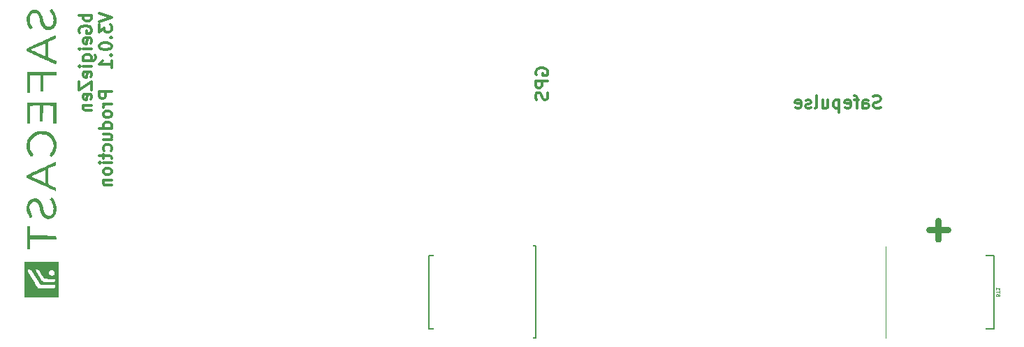
<source format=gbo>
G04 #@! TF.GenerationSoftware,KiCad,Pcbnew,7.99.0-unknown-7252ae551c~176~ubuntu22.04.1*
G04 #@! TF.CreationDate,2023-12-29T19:59:03+09:00*
G04 #@! TF.ProjectId,bGeigieZen 3.0.1 production,62476569-6769-4655-9a65-6e20332e302e,V3.0.1*
G04 #@! TF.SameCoordinates,Original*
G04 #@! TF.FileFunction,Legend,Bot*
G04 #@! TF.FilePolarity,Positive*
%FSLAX46Y46*%
G04 Gerber Fmt 4.6, Leading zero omitted, Abs format (unit mm)*
G04 Created by KiCad (PCBNEW 7.99.0-unknown-7252ae551c~176~ubuntu22.04.1) date 2023-12-29 19:59:03*
%MOMM*%
%LPD*%
G01*
G04 APERTURE LIST*
%ADD10C,0.300000*%
%ADD11C,0.050000*%
%ADD12C,0.750000*%
%ADD13C,0.203200*%
%ADD14C,0.000000*%
%ADD15R,1.700000X1.700000*%
%ADD16O,1.700000X1.700000*%
%ADD17C,1.879600*%
%ADD18C,3.203200*%
%ADD19C,5.000000*%
%ADD20R,1.350000X1.350000*%
%ADD21O,1.350000X1.350000*%
%ADD22C,2.743200*%
%ADD23R,12.000000X12.000000*%
G04 APERTURE END LIST*
D10*
X197812170Y-94788900D02*
X197597885Y-94860328D01*
X197597885Y-94860328D02*
X197240742Y-94860328D01*
X197240742Y-94860328D02*
X197097885Y-94788900D01*
X197097885Y-94788900D02*
X197026456Y-94717471D01*
X197026456Y-94717471D02*
X196955027Y-94574614D01*
X196955027Y-94574614D02*
X196955027Y-94431757D01*
X196955027Y-94431757D02*
X197026456Y-94288900D01*
X197026456Y-94288900D02*
X197097885Y-94217471D01*
X197097885Y-94217471D02*
X197240742Y-94146042D01*
X197240742Y-94146042D02*
X197526456Y-94074614D01*
X197526456Y-94074614D02*
X197669313Y-94003185D01*
X197669313Y-94003185D02*
X197740742Y-93931757D01*
X197740742Y-93931757D02*
X197812170Y-93788900D01*
X197812170Y-93788900D02*
X197812170Y-93646042D01*
X197812170Y-93646042D02*
X197740742Y-93503185D01*
X197740742Y-93503185D02*
X197669313Y-93431757D01*
X197669313Y-93431757D02*
X197526456Y-93360328D01*
X197526456Y-93360328D02*
X197169313Y-93360328D01*
X197169313Y-93360328D02*
X196955027Y-93431757D01*
X195669314Y-94860328D02*
X195669314Y-94074614D01*
X195669314Y-94074614D02*
X195740742Y-93931757D01*
X195740742Y-93931757D02*
X195883599Y-93860328D01*
X195883599Y-93860328D02*
X196169314Y-93860328D01*
X196169314Y-93860328D02*
X196312171Y-93931757D01*
X195669314Y-94788900D02*
X195812171Y-94860328D01*
X195812171Y-94860328D02*
X196169314Y-94860328D01*
X196169314Y-94860328D02*
X196312171Y-94788900D01*
X196312171Y-94788900D02*
X196383599Y-94646042D01*
X196383599Y-94646042D02*
X196383599Y-94503185D01*
X196383599Y-94503185D02*
X196312171Y-94360328D01*
X196312171Y-94360328D02*
X196169314Y-94288900D01*
X196169314Y-94288900D02*
X195812171Y-94288900D01*
X195812171Y-94288900D02*
X195669314Y-94217471D01*
X195169313Y-93860328D02*
X194597885Y-93860328D01*
X194955028Y-94860328D02*
X194955028Y-93574614D01*
X194955028Y-93574614D02*
X194883599Y-93431757D01*
X194883599Y-93431757D02*
X194740742Y-93360328D01*
X194740742Y-93360328D02*
X194597885Y-93360328D01*
X193526456Y-94788900D02*
X193669313Y-94860328D01*
X193669313Y-94860328D02*
X193955028Y-94860328D01*
X193955028Y-94860328D02*
X194097885Y-94788900D01*
X194097885Y-94788900D02*
X194169313Y-94646042D01*
X194169313Y-94646042D02*
X194169313Y-94074614D01*
X194169313Y-94074614D02*
X194097885Y-93931757D01*
X194097885Y-93931757D02*
X193955028Y-93860328D01*
X193955028Y-93860328D02*
X193669313Y-93860328D01*
X193669313Y-93860328D02*
X193526456Y-93931757D01*
X193526456Y-93931757D02*
X193455028Y-94074614D01*
X193455028Y-94074614D02*
X193455028Y-94217471D01*
X193455028Y-94217471D02*
X194169313Y-94360328D01*
X192812171Y-93860328D02*
X192812171Y-95360328D01*
X192812171Y-93931757D02*
X192669314Y-93860328D01*
X192669314Y-93860328D02*
X192383599Y-93860328D01*
X192383599Y-93860328D02*
X192240742Y-93931757D01*
X192240742Y-93931757D02*
X192169314Y-94003185D01*
X192169314Y-94003185D02*
X192097885Y-94146042D01*
X192097885Y-94146042D02*
X192097885Y-94574614D01*
X192097885Y-94574614D02*
X192169314Y-94717471D01*
X192169314Y-94717471D02*
X192240742Y-94788900D01*
X192240742Y-94788900D02*
X192383599Y-94860328D01*
X192383599Y-94860328D02*
X192669314Y-94860328D01*
X192669314Y-94860328D02*
X192812171Y-94788900D01*
X190812171Y-93860328D02*
X190812171Y-94860328D01*
X191455028Y-93860328D02*
X191455028Y-94646042D01*
X191455028Y-94646042D02*
X191383599Y-94788900D01*
X191383599Y-94788900D02*
X191240742Y-94860328D01*
X191240742Y-94860328D02*
X191026456Y-94860328D01*
X191026456Y-94860328D02*
X190883599Y-94788900D01*
X190883599Y-94788900D02*
X190812171Y-94717471D01*
X189883599Y-94860328D02*
X190026456Y-94788900D01*
X190026456Y-94788900D02*
X190097885Y-94646042D01*
X190097885Y-94646042D02*
X190097885Y-93360328D01*
X189383599Y-94788900D02*
X189240742Y-94860328D01*
X189240742Y-94860328D02*
X188955028Y-94860328D01*
X188955028Y-94860328D02*
X188812171Y-94788900D01*
X188812171Y-94788900D02*
X188740742Y-94646042D01*
X188740742Y-94646042D02*
X188740742Y-94574614D01*
X188740742Y-94574614D02*
X188812171Y-94431757D01*
X188812171Y-94431757D02*
X188955028Y-94360328D01*
X188955028Y-94360328D02*
X189169314Y-94360328D01*
X189169314Y-94360328D02*
X189312171Y-94288900D01*
X189312171Y-94288900D02*
X189383599Y-94146042D01*
X189383599Y-94146042D02*
X189383599Y-94074614D01*
X189383599Y-94074614D02*
X189312171Y-93931757D01*
X189312171Y-93931757D02*
X189169314Y-93860328D01*
X189169314Y-93860328D02*
X188955028Y-93860328D01*
X188955028Y-93860328D02*
X188812171Y-93931757D01*
X187526456Y-94788900D02*
X187669313Y-94860328D01*
X187669313Y-94860328D02*
X187955028Y-94860328D01*
X187955028Y-94860328D02*
X188097885Y-94788900D01*
X188097885Y-94788900D02*
X188169313Y-94646042D01*
X188169313Y-94646042D02*
X188169313Y-94074614D01*
X188169313Y-94074614D02*
X188097885Y-93931757D01*
X188097885Y-93931757D02*
X187955028Y-93860328D01*
X187955028Y-93860328D02*
X187669313Y-93860328D01*
X187669313Y-93860328D02*
X187526456Y-93931757D01*
X187526456Y-93931757D02*
X187455028Y-94074614D01*
X187455028Y-94074614D02*
X187455028Y-94217471D01*
X187455028Y-94217471D02*
X188169313Y-94360328D01*
X156069357Y-90824572D02*
X155997928Y-90681715D01*
X155997928Y-90681715D02*
X155997928Y-90467429D01*
X155997928Y-90467429D02*
X156069357Y-90253143D01*
X156069357Y-90253143D02*
X156212214Y-90110286D01*
X156212214Y-90110286D02*
X156355071Y-90038857D01*
X156355071Y-90038857D02*
X156640785Y-89967429D01*
X156640785Y-89967429D02*
X156855071Y-89967429D01*
X156855071Y-89967429D02*
X157140785Y-90038857D01*
X157140785Y-90038857D02*
X157283642Y-90110286D01*
X157283642Y-90110286D02*
X157426500Y-90253143D01*
X157426500Y-90253143D02*
X157497928Y-90467429D01*
X157497928Y-90467429D02*
X157497928Y-90610286D01*
X157497928Y-90610286D02*
X157426500Y-90824572D01*
X157426500Y-90824572D02*
X157355071Y-90896000D01*
X157355071Y-90896000D02*
X156855071Y-90896000D01*
X156855071Y-90896000D02*
X156855071Y-90610286D01*
X157497928Y-91538857D02*
X155997928Y-91538857D01*
X155997928Y-91538857D02*
X155997928Y-92110286D01*
X155997928Y-92110286D02*
X156069357Y-92253143D01*
X156069357Y-92253143D02*
X156140785Y-92324572D01*
X156140785Y-92324572D02*
X156283642Y-92396000D01*
X156283642Y-92396000D02*
X156497928Y-92396000D01*
X156497928Y-92396000D02*
X156640785Y-92324572D01*
X156640785Y-92324572D02*
X156712214Y-92253143D01*
X156712214Y-92253143D02*
X156783642Y-92110286D01*
X156783642Y-92110286D02*
X156783642Y-91538857D01*
X157426500Y-92967429D02*
X157497928Y-93181715D01*
X157497928Y-93181715D02*
X157497928Y-93538857D01*
X157497928Y-93538857D02*
X157426500Y-93681715D01*
X157426500Y-93681715D02*
X157355071Y-93753143D01*
X157355071Y-93753143D02*
X157212214Y-93824572D01*
X157212214Y-93824572D02*
X157069357Y-93824572D01*
X157069357Y-93824572D02*
X156926500Y-93753143D01*
X156926500Y-93753143D02*
X156855071Y-93681715D01*
X156855071Y-93681715D02*
X156783642Y-93538857D01*
X156783642Y-93538857D02*
X156712214Y-93253143D01*
X156712214Y-93253143D02*
X156640785Y-93110286D01*
X156640785Y-93110286D02*
X156569357Y-93038857D01*
X156569357Y-93038857D02*
X156426500Y-92967429D01*
X156426500Y-92967429D02*
X156283642Y-92967429D01*
X156283642Y-92967429D02*
X156140785Y-93038857D01*
X156140785Y-93038857D02*
X156069357Y-93110286D01*
X156069357Y-93110286D02*
X155997928Y-93253143D01*
X155997928Y-93253143D02*
X155997928Y-93610286D01*
X155997928Y-93610286D02*
X156069357Y-93824572D01*
X102188470Y-83560510D02*
X100688470Y-83560510D01*
X101259899Y-83560510D02*
X101188470Y-83703368D01*
X101188470Y-83703368D02*
X101188470Y-83989082D01*
X101188470Y-83989082D02*
X101259899Y-84131939D01*
X101259899Y-84131939D02*
X101331327Y-84203368D01*
X101331327Y-84203368D02*
X101474184Y-84274796D01*
X101474184Y-84274796D02*
X101902756Y-84274796D01*
X101902756Y-84274796D02*
X102045613Y-84203368D01*
X102045613Y-84203368D02*
X102117042Y-84131939D01*
X102117042Y-84131939D02*
X102188470Y-83989082D01*
X102188470Y-83989082D02*
X102188470Y-83703368D01*
X102188470Y-83703368D02*
X102117042Y-83560510D01*
X100759899Y-85703368D02*
X100688470Y-85560511D01*
X100688470Y-85560511D02*
X100688470Y-85346225D01*
X100688470Y-85346225D02*
X100759899Y-85131939D01*
X100759899Y-85131939D02*
X100902756Y-84989082D01*
X100902756Y-84989082D02*
X101045613Y-84917653D01*
X101045613Y-84917653D02*
X101331327Y-84846225D01*
X101331327Y-84846225D02*
X101545613Y-84846225D01*
X101545613Y-84846225D02*
X101831327Y-84917653D01*
X101831327Y-84917653D02*
X101974184Y-84989082D01*
X101974184Y-84989082D02*
X102117042Y-85131939D01*
X102117042Y-85131939D02*
X102188470Y-85346225D01*
X102188470Y-85346225D02*
X102188470Y-85489082D01*
X102188470Y-85489082D02*
X102117042Y-85703368D01*
X102117042Y-85703368D02*
X102045613Y-85774796D01*
X102045613Y-85774796D02*
X101545613Y-85774796D01*
X101545613Y-85774796D02*
X101545613Y-85489082D01*
X102117042Y-86989082D02*
X102188470Y-86846225D01*
X102188470Y-86846225D02*
X102188470Y-86560511D01*
X102188470Y-86560511D02*
X102117042Y-86417653D01*
X102117042Y-86417653D02*
X101974184Y-86346225D01*
X101974184Y-86346225D02*
X101402756Y-86346225D01*
X101402756Y-86346225D02*
X101259899Y-86417653D01*
X101259899Y-86417653D02*
X101188470Y-86560511D01*
X101188470Y-86560511D02*
X101188470Y-86846225D01*
X101188470Y-86846225D02*
X101259899Y-86989082D01*
X101259899Y-86989082D02*
X101402756Y-87060511D01*
X101402756Y-87060511D02*
X101545613Y-87060511D01*
X101545613Y-87060511D02*
X101688470Y-86346225D01*
X102188470Y-87703367D02*
X101188470Y-87703367D01*
X100688470Y-87703367D02*
X100759899Y-87631939D01*
X100759899Y-87631939D02*
X100831327Y-87703367D01*
X100831327Y-87703367D02*
X100759899Y-87774796D01*
X100759899Y-87774796D02*
X100688470Y-87703367D01*
X100688470Y-87703367D02*
X100831327Y-87703367D01*
X101188470Y-89060511D02*
X102402756Y-89060511D01*
X102402756Y-89060511D02*
X102545613Y-88989082D01*
X102545613Y-88989082D02*
X102617042Y-88917653D01*
X102617042Y-88917653D02*
X102688470Y-88774796D01*
X102688470Y-88774796D02*
X102688470Y-88560511D01*
X102688470Y-88560511D02*
X102617042Y-88417653D01*
X102117042Y-89060511D02*
X102188470Y-88917653D01*
X102188470Y-88917653D02*
X102188470Y-88631939D01*
X102188470Y-88631939D02*
X102117042Y-88489082D01*
X102117042Y-88489082D02*
X102045613Y-88417653D01*
X102045613Y-88417653D02*
X101902756Y-88346225D01*
X101902756Y-88346225D02*
X101474184Y-88346225D01*
X101474184Y-88346225D02*
X101331327Y-88417653D01*
X101331327Y-88417653D02*
X101259899Y-88489082D01*
X101259899Y-88489082D02*
X101188470Y-88631939D01*
X101188470Y-88631939D02*
X101188470Y-88917653D01*
X101188470Y-88917653D02*
X101259899Y-89060511D01*
X102188470Y-89774796D02*
X101188470Y-89774796D01*
X100688470Y-89774796D02*
X100759899Y-89703368D01*
X100759899Y-89703368D02*
X100831327Y-89774796D01*
X100831327Y-89774796D02*
X100759899Y-89846225D01*
X100759899Y-89846225D02*
X100688470Y-89774796D01*
X100688470Y-89774796D02*
X100831327Y-89774796D01*
X102117042Y-91060511D02*
X102188470Y-90917654D01*
X102188470Y-90917654D02*
X102188470Y-90631940D01*
X102188470Y-90631940D02*
X102117042Y-90489082D01*
X102117042Y-90489082D02*
X101974184Y-90417654D01*
X101974184Y-90417654D02*
X101402756Y-90417654D01*
X101402756Y-90417654D02*
X101259899Y-90489082D01*
X101259899Y-90489082D02*
X101188470Y-90631940D01*
X101188470Y-90631940D02*
X101188470Y-90917654D01*
X101188470Y-90917654D02*
X101259899Y-91060511D01*
X101259899Y-91060511D02*
X101402756Y-91131940D01*
X101402756Y-91131940D02*
X101545613Y-91131940D01*
X101545613Y-91131940D02*
X101688470Y-90417654D01*
X100688470Y-91631939D02*
X100688470Y-92631939D01*
X100688470Y-92631939D02*
X102188470Y-91631939D01*
X102188470Y-91631939D02*
X102188470Y-92631939D01*
X102117042Y-93774796D02*
X102188470Y-93631939D01*
X102188470Y-93631939D02*
X102188470Y-93346225D01*
X102188470Y-93346225D02*
X102117042Y-93203367D01*
X102117042Y-93203367D02*
X101974184Y-93131939D01*
X101974184Y-93131939D02*
X101402756Y-93131939D01*
X101402756Y-93131939D02*
X101259899Y-93203367D01*
X101259899Y-93203367D02*
X101188470Y-93346225D01*
X101188470Y-93346225D02*
X101188470Y-93631939D01*
X101188470Y-93631939D02*
X101259899Y-93774796D01*
X101259899Y-93774796D02*
X101402756Y-93846225D01*
X101402756Y-93846225D02*
X101545613Y-93846225D01*
X101545613Y-93846225D02*
X101688470Y-93131939D01*
X101188470Y-94489081D02*
X102188470Y-94489081D01*
X101331327Y-94489081D02*
X101259899Y-94560510D01*
X101259899Y-94560510D02*
X101188470Y-94703367D01*
X101188470Y-94703367D02*
X101188470Y-94917653D01*
X101188470Y-94917653D02*
X101259899Y-95060510D01*
X101259899Y-95060510D02*
X101402756Y-95131939D01*
X101402756Y-95131939D02*
X102188470Y-95131939D01*
X103103386Y-83346225D02*
X104603386Y-83846225D01*
X104603386Y-83846225D02*
X103103386Y-84346225D01*
X103103386Y-84703367D02*
X103103386Y-85631939D01*
X103103386Y-85631939D02*
X103674815Y-85131939D01*
X103674815Y-85131939D02*
X103674815Y-85346224D01*
X103674815Y-85346224D02*
X103746243Y-85489082D01*
X103746243Y-85489082D02*
X103817672Y-85560510D01*
X103817672Y-85560510D02*
X103960529Y-85631939D01*
X103960529Y-85631939D02*
X104317672Y-85631939D01*
X104317672Y-85631939D02*
X104460529Y-85560510D01*
X104460529Y-85560510D02*
X104531958Y-85489082D01*
X104531958Y-85489082D02*
X104603386Y-85346224D01*
X104603386Y-85346224D02*
X104603386Y-84917653D01*
X104603386Y-84917653D02*
X104531958Y-84774796D01*
X104531958Y-84774796D02*
X104460529Y-84703367D01*
X104460529Y-86274795D02*
X104531958Y-86346224D01*
X104531958Y-86346224D02*
X104603386Y-86274795D01*
X104603386Y-86274795D02*
X104531958Y-86203367D01*
X104531958Y-86203367D02*
X104460529Y-86274795D01*
X104460529Y-86274795D02*
X104603386Y-86274795D01*
X103103386Y-87274796D02*
X103103386Y-87417653D01*
X103103386Y-87417653D02*
X103174815Y-87560510D01*
X103174815Y-87560510D02*
X103246243Y-87631939D01*
X103246243Y-87631939D02*
X103389100Y-87703367D01*
X103389100Y-87703367D02*
X103674815Y-87774796D01*
X103674815Y-87774796D02*
X104031958Y-87774796D01*
X104031958Y-87774796D02*
X104317672Y-87703367D01*
X104317672Y-87703367D02*
X104460529Y-87631939D01*
X104460529Y-87631939D02*
X104531958Y-87560510D01*
X104531958Y-87560510D02*
X104603386Y-87417653D01*
X104603386Y-87417653D02*
X104603386Y-87274796D01*
X104603386Y-87274796D02*
X104531958Y-87131939D01*
X104531958Y-87131939D02*
X104460529Y-87060510D01*
X104460529Y-87060510D02*
X104317672Y-86989081D01*
X104317672Y-86989081D02*
X104031958Y-86917653D01*
X104031958Y-86917653D02*
X103674815Y-86917653D01*
X103674815Y-86917653D02*
X103389100Y-86989081D01*
X103389100Y-86989081D02*
X103246243Y-87060510D01*
X103246243Y-87060510D02*
X103174815Y-87131939D01*
X103174815Y-87131939D02*
X103103386Y-87274796D01*
X104460529Y-88417652D02*
X104531958Y-88489081D01*
X104531958Y-88489081D02*
X104603386Y-88417652D01*
X104603386Y-88417652D02*
X104531958Y-88346224D01*
X104531958Y-88346224D02*
X104460529Y-88417652D01*
X104460529Y-88417652D02*
X104603386Y-88417652D01*
X104603386Y-89917653D02*
X104603386Y-89060510D01*
X104603386Y-89489081D02*
X103103386Y-89489081D01*
X103103386Y-89489081D02*
X103317672Y-89346224D01*
X103317672Y-89346224D02*
X103460529Y-89203367D01*
X103460529Y-89203367D02*
X103531958Y-89060510D01*
X104603386Y-92846223D02*
X103103386Y-92846223D01*
X103103386Y-92846223D02*
X103103386Y-93417652D01*
X103103386Y-93417652D02*
X103174815Y-93560509D01*
X103174815Y-93560509D02*
X103246243Y-93631938D01*
X103246243Y-93631938D02*
X103389100Y-93703366D01*
X103389100Y-93703366D02*
X103603386Y-93703366D01*
X103603386Y-93703366D02*
X103746243Y-93631938D01*
X103746243Y-93631938D02*
X103817672Y-93560509D01*
X103817672Y-93560509D02*
X103889100Y-93417652D01*
X103889100Y-93417652D02*
X103889100Y-92846223D01*
X104603386Y-94346223D02*
X103603386Y-94346223D01*
X103889100Y-94346223D02*
X103746243Y-94417652D01*
X103746243Y-94417652D02*
X103674815Y-94489081D01*
X103674815Y-94489081D02*
X103603386Y-94631938D01*
X103603386Y-94631938D02*
X103603386Y-94774795D01*
X104603386Y-95489080D02*
X104531958Y-95346223D01*
X104531958Y-95346223D02*
X104460529Y-95274794D01*
X104460529Y-95274794D02*
X104317672Y-95203366D01*
X104317672Y-95203366D02*
X103889100Y-95203366D01*
X103889100Y-95203366D02*
X103746243Y-95274794D01*
X103746243Y-95274794D02*
X103674815Y-95346223D01*
X103674815Y-95346223D02*
X103603386Y-95489080D01*
X103603386Y-95489080D02*
X103603386Y-95703366D01*
X103603386Y-95703366D02*
X103674815Y-95846223D01*
X103674815Y-95846223D02*
X103746243Y-95917652D01*
X103746243Y-95917652D02*
X103889100Y-95989080D01*
X103889100Y-95989080D02*
X104317672Y-95989080D01*
X104317672Y-95989080D02*
X104460529Y-95917652D01*
X104460529Y-95917652D02*
X104531958Y-95846223D01*
X104531958Y-95846223D02*
X104603386Y-95703366D01*
X104603386Y-95703366D02*
X104603386Y-95489080D01*
X104603386Y-97274795D02*
X103103386Y-97274795D01*
X104531958Y-97274795D02*
X104603386Y-97131937D01*
X104603386Y-97131937D02*
X104603386Y-96846223D01*
X104603386Y-96846223D02*
X104531958Y-96703366D01*
X104531958Y-96703366D02*
X104460529Y-96631937D01*
X104460529Y-96631937D02*
X104317672Y-96560509D01*
X104317672Y-96560509D02*
X103889100Y-96560509D01*
X103889100Y-96560509D02*
X103746243Y-96631937D01*
X103746243Y-96631937D02*
X103674815Y-96703366D01*
X103674815Y-96703366D02*
X103603386Y-96846223D01*
X103603386Y-96846223D02*
X103603386Y-97131937D01*
X103603386Y-97131937D02*
X103674815Y-97274795D01*
X103603386Y-98631938D02*
X104603386Y-98631938D01*
X103603386Y-97989080D02*
X104389100Y-97989080D01*
X104389100Y-97989080D02*
X104531958Y-98060509D01*
X104531958Y-98060509D02*
X104603386Y-98203366D01*
X104603386Y-98203366D02*
X104603386Y-98417652D01*
X104603386Y-98417652D02*
X104531958Y-98560509D01*
X104531958Y-98560509D02*
X104460529Y-98631938D01*
X104531958Y-99989081D02*
X104603386Y-99846223D01*
X104603386Y-99846223D02*
X104603386Y-99560509D01*
X104603386Y-99560509D02*
X104531958Y-99417652D01*
X104531958Y-99417652D02*
X104460529Y-99346223D01*
X104460529Y-99346223D02*
X104317672Y-99274795D01*
X104317672Y-99274795D02*
X103889100Y-99274795D01*
X103889100Y-99274795D02*
X103746243Y-99346223D01*
X103746243Y-99346223D02*
X103674815Y-99417652D01*
X103674815Y-99417652D02*
X103603386Y-99560509D01*
X103603386Y-99560509D02*
X103603386Y-99846223D01*
X103603386Y-99846223D02*
X103674815Y-99989081D01*
X103603386Y-100417652D02*
X103603386Y-100989080D01*
X103103386Y-100631937D02*
X104389100Y-100631937D01*
X104389100Y-100631937D02*
X104531958Y-100703366D01*
X104531958Y-100703366D02*
X104603386Y-100846223D01*
X104603386Y-100846223D02*
X104603386Y-100989080D01*
X104603386Y-101489080D02*
X103603386Y-101489080D01*
X103103386Y-101489080D02*
X103174815Y-101417652D01*
X103174815Y-101417652D02*
X103246243Y-101489080D01*
X103246243Y-101489080D02*
X103174815Y-101560509D01*
X103174815Y-101560509D02*
X103103386Y-101489080D01*
X103103386Y-101489080D02*
X103246243Y-101489080D01*
X104603386Y-102417652D02*
X104531958Y-102274795D01*
X104531958Y-102274795D02*
X104460529Y-102203366D01*
X104460529Y-102203366D02*
X104317672Y-102131938D01*
X104317672Y-102131938D02*
X103889100Y-102131938D01*
X103889100Y-102131938D02*
X103746243Y-102203366D01*
X103746243Y-102203366D02*
X103674815Y-102274795D01*
X103674815Y-102274795D02*
X103603386Y-102417652D01*
X103603386Y-102417652D02*
X103603386Y-102631938D01*
X103603386Y-102631938D02*
X103674815Y-102774795D01*
X103674815Y-102774795D02*
X103746243Y-102846224D01*
X103746243Y-102846224D02*
X103889100Y-102917652D01*
X103889100Y-102917652D02*
X104317672Y-102917652D01*
X104317672Y-102917652D02*
X104460529Y-102846224D01*
X104460529Y-102846224D02*
X104531958Y-102774795D01*
X104531958Y-102774795D02*
X104603386Y-102631938D01*
X104603386Y-102631938D02*
X104603386Y-102417652D01*
X103603386Y-103560509D02*
X104603386Y-103560509D01*
X103746243Y-103560509D02*
X103674815Y-103631938D01*
X103674815Y-103631938D02*
X103603386Y-103774795D01*
X103603386Y-103774795D02*
X103603386Y-103989081D01*
X103603386Y-103989081D02*
X103674815Y-104131938D01*
X103674815Y-104131938D02*
X103817672Y-104203367D01*
X103817672Y-104203367D02*
X104603386Y-104203367D01*
D11*
X212051371Y-117517142D02*
X212028514Y-117448570D01*
X212028514Y-117448570D02*
X212005657Y-117425713D01*
X212005657Y-117425713D02*
X211959942Y-117402856D01*
X211959942Y-117402856D02*
X211891371Y-117402856D01*
X211891371Y-117402856D02*
X211845657Y-117425713D01*
X211845657Y-117425713D02*
X211822800Y-117448570D01*
X211822800Y-117448570D02*
X211799942Y-117494285D01*
X211799942Y-117494285D02*
X211799942Y-117677142D01*
X211799942Y-117677142D02*
X212279942Y-117677142D01*
X212279942Y-117677142D02*
X212279942Y-117517142D01*
X212279942Y-117517142D02*
X212257085Y-117471428D01*
X212257085Y-117471428D02*
X212234228Y-117448570D01*
X212234228Y-117448570D02*
X212188514Y-117425713D01*
X212188514Y-117425713D02*
X212142800Y-117425713D01*
X212142800Y-117425713D02*
X212097085Y-117448570D01*
X212097085Y-117448570D02*
X212074228Y-117471428D01*
X212074228Y-117471428D02*
X212051371Y-117517142D01*
X212051371Y-117517142D02*
X212051371Y-117677142D01*
X212279942Y-117265713D02*
X212279942Y-116991428D01*
X211799942Y-117128570D02*
X212279942Y-117128570D01*
X211799942Y-116579999D02*
X211799942Y-116854285D01*
X211799942Y-116717142D02*
X212279942Y-116717142D01*
X212279942Y-116717142D02*
X212211371Y-116762856D01*
X212211371Y-116762856D02*
X212165657Y-116808571D01*
X212165657Y-116808571D02*
X212142800Y-116854285D01*
X205193342Y-118774285D02*
X205193342Y-118477142D01*
X205193342Y-118477142D02*
X205010485Y-118637142D01*
X205010485Y-118637142D02*
X205010485Y-118568571D01*
X205010485Y-118568571D02*
X204987628Y-118522857D01*
X204987628Y-118522857D02*
X204964771Y-118499999D01*
X204964771Y-118499999D02*
X204919057Y-118477142D01*
X204919057Y-118477142D02*
X204804771Y-118477142D01*
X204804771Y-118477142D02*
X204759057Y-118499999D01*
X204759057Y-118499999D02*
X204736200Y-118522857D01*
X204736200Y-118522857D02*
X204713342Y-118568571D01*
X204713342Y-118568571D02*
X204713342Y-118705714D01*
X204713342Y-118705714D02*
X204736200Y-118751428D01*
X204736200Y-118751428D02*
X204759057Y-118774285D01*
X204759057Y-118271428D02*
X204736200Y-118248571D01*
X204736200Y-118248571D02*
X204713342Y-118271428D01*
X204713342Y-118271428D02*
X204736200Y-118294285D01*
X204736200Y-118294285D02*
X204759057Y-118271428D01*
X204759057Y-118271428D02*
X204713342Y-118271428D01*
X205193342Y-118088571D02*
X205193342Y-117768571D01*
X205193342Y-117768571D02*
X204713342Y-117974285D01*
X205193342Y-117288571D02*
X204713342Y-117128571D01*
X204713342Y-117128571D02*
X205193342Y-116968571D01*
X204713342Y-116214285D02*
X204713342Y-116442857D01*
X204713342Y-116442857D02*
X205193342Y-116442857D01*
X204713342Y-116054286D02*
X205033342Y-116054286D01*
X205193342Y-116054286D02*
X205170485Y-116077143D01*
X205170485Y-116077143D02*
X205147628Y-116054286D01*
X205147628Y-116054286D02*
X205170485Y-116031429D01*
X205170485Y-116031429D02*
X205193342Y-116054286D01*
X205193342Y-116054286D02*
X205147628Y-116054286D01*
X205033342Y-115825715D02*
X204553342Y-115825715D01*
X205010485Y-115825715D02*
X205033342Y-115780001D01*
X205033342Y-115780001D02*
X205033342Y-115688572D01*
X205033342Y-115688572D02*
X205010485Y-115642858D01*
X205010485Y-115642858D02*
X204987628Y-115620001D01*
X204987628Y-115620001D02*
X204941914Y-115597143D01*
X204941914Y-115597143D02*
X204804771Y-115597143D01*
X204804771Y-115597143D02*
X204759057Y-115620001D01*
X204759057Y-115620001D02*
X204736200Y-115642858D01*
X204736200Y-115642858D02*
X204713342Y-115688572D01*
X204713342Y-115688572D02*
X204713342Y-115780001D01*
X204713342Y-115780001D02*
X204736200Y-115825715D01*
X204713342Y-115322857D02*
X204736200Y-115368572D01*
X204736200Y-115368572D02*
X204759057Y-115391429D01*
X204759057Y-115391429D02*
X204804771Y-115414286D01*
X204804771Y-115414286D02*
X204941914Y-115414286D01*
X204941914Y-115414286D02*
X204987628Y-115391429D01*
X204987628Y-115391429D02*
X205010485Y-115368572D01*
X205010485Y-115368572D02*
X205033342Y-115322857D01*
X205033342Y-115322857D02*
X205033342Y-115254286D01*
X205033342Y-115254286D02*
X205010485Y-115208572D01*
X205010485Y-115208572D02*
X204987628Y-115185715D01*
X204987628Y-115185715D02*
X204941914Y-115162857D01*
X204941914Y-115162857D02*
X204804771Y-115162857D01*
X204804771Y-115162857D02*
X204759057Y-115185715D01*
X204759057Y-115185715D02*
X204736200Y-115208572D01*
X204736200Y-115208572D02*
X204713342Y-115254286D01*
X204713342Y-115254286D02*
X204713342Y-115322857D01*
D12*
X205968457Y-109628000D02*
X203682743Y-109628000D01*
X204825600Y-110770857D02*
X204825600Y-108485142D01*
D13*
X143052800Y-112685000D02*
X143052800Y-121575000D01*
X143052800Y-121575000D02*
X146532600Y-121575000D01*
X146532600Y-111567400D02*
X146532600Y-112685000D01*
X146532600Y-112685000D02*
X143052800Y-112685000D01*
X146532600Y-121575000D02*
X146532600Y-122692600D01*
X146532600Y-122692600D02*
X156067600Y-122692600D01*
X156067600Y-111567400D02*
X146532600Y-111567400D01*
X156067600Y-122692600D02*
X156067600Y-111567400D01*
X198527600Y-111587400D02*
X198527600Y-122712600D01*
X198527600Y-122712600D02*
X208062600Y-122712600D01*
X208062600Y-111587400D02*
X198527600Y-111587400D01*
X208062600Y-112705000D02*
X208062600Y-111587400D01*
X208062600Y-121595000D02*
X211542400Y-121595000D01*
X208062600Y-122712600D02*
X208062600Y-121595000D01*
X211542400Y-112705000D02*
X208062600Y-112705000D01*
X211542400Y-121595000D02*
X211542400Y-112705000D01*
D14*
G36*
X97905136Y-90882389D02*
G01*
X96352471Y-90882389D01*
X96352471Y-92793360D01*
X95994164Y-92793360D01*
X95994164Y-90882389D01*
X94759995Y-90882389D01*
X94759995Y-92992420D01*
X94361876Y-92992420D01*
X94361876Y-90484269D01*
X97905136Y-90484269D01*
X97905136Y-90882389D01*
G37*
G36*
X97905136Y-96734740D02*
G01*
X97548108Y-96734740D01*
X97537516Y-95649865D01*
X97526923Y-94564990D01*
X96920501Y-94554004D01*
X96314080Y-94543018D01*
X96292754Y-96475962D01*
X95934446Y-96475962D01*
X95913120Y-94542964D01*
X95326604Y-94553977D01*
X94740089Y-94564990D01*
X94729486Y-95629959D01*
X94718882Y-96694928D01*
X94361876Y-96694928D01*
X94361876Y-94146965D01*
X97905136Y-94146965D01*
X97905136Y-96734740D01*
G37*
G36*
X94759995Y-110310602D02*
G01*
X96306024Y-110310602D01*
X96385613Y-110310637D01*
X96724016Y-110311589D01*
X97035296Y-110313732D01*
X97310702Y-110316918D01*
X97541485Y-110321000D01*
X97718895Y-110325830D01*
X97834182Y-110331260D01*
X97878595Y-110337143D01*
X97887156Y-110356037D01*
X97900057Y-110438170D01*
X97905136Y-110556109D01*
X97905136Y-110748533D01*
X94762124Y-110748533D01*
X94751106Y-111335759D01*
X94740089Y-111922984D01*
X94381782Y-111922984D01*
X94360844Y-109156056D01*
X94759995Y-109156056D01*
X94759995Y-110310602D01*
G37*
G36*
X96570839Y-97659303D02*
G01*
X96923564Y-97768961D01*
X97234550Y-97943116D01*
X97499424Y-98178947D01*
X97713810Y-98473631D01*
X97873336Y-98824345D01*
X97906522Y-98948699D01*
X97938007Y-99190904D01*
X97942596Y-99458784D01*
X97920344Y-99721984D01*
X97871306Y-99950152D01*
X97851825Y-100007014D01*
X97767274Y-100198047D01*
X97657333Y-100394924D01*
X97538274Y-100570329D01*
X97426371Y-100696950D01*
X97391672Y-100726937D01*
X97347389Y-100745888D01*
X97298056Y-100720600D01*
X97218372Y-100644720D01*
X97092142Y-100518491D01*
X97180178Y-100408198D01*
X97213459Y-100365567D01*
X97414194Y-100049553D01*
X97536006Y-99731557D01*
X97578730Y-99412680D01*
X97542198Y-99094024D01*
X97426245Y-98776687D01*
X97350653Y-98644348D01*
X97155078Y-98412776D01*
X96912203Y-98232877D01*
X96633379Y-98107761D01*
X96329958Y-98040542D01*
X96013291Y-98034329D01*
X95694732Y-98092234D01*
X95385630Y-98217370D01*
X95372906Y-98224200D01*
X95137863Y-98383078D01*
X94953825Y-98583250D01*
X94803832Y-98842954D01*
X94757854Y-98950087D01*
X94722219Y-99073106D01*
X94705301Y-99213466D01*
X94701428Y-99402138D01*
X94704693Y-99512050D01*
X94752548Y-99816967D01*
X94862094Y-100084924D01*
X95039290Y-100332332D01*
X95171192Y-100482560D01*
X95027724Y-100626028D01*
X94990347Y-100662673D01*
X94919350Y-100719737D01*
X94859860Y-100732589D01*
X94798443Y-100695406D01*
X94721664Y-100602366D01*
X94616087Y-100447648D01*
X94588685Y-100405491D01*
X94457597Y-100163981D01*
X94374789Y-99918408D01*
X94334390Y-99645633D01*
X94330525Y-99322514D01*
X94337949Y-99153400D01*
X94351773Y-99000458D01*
X94376185Y-98879215D01*
X94416793Y-98763439D01*
X94479204Y-98626901D01*
X94525105Y-98538065D01*
X94737983Y-98232890D01*
X95010097Y-97980205D01*
X95338728Y-97782679D01*
X95356632Y-97774213D01*
X95519201Y-97703291D01*
X95659003Y-97659480D01*
X95810157Y-97634468D01*
X96006785Y-97619942D01*
X96180751Y-97616967D01*
X96570839Y-97659303D01*
G37*
G36*
X97887067Y-86003981D02*
G01*
X97898109Y-86075013D01*
X97897404Y-86189530D01*
X97885230Y-86401653D01*
X96969556Y-86814113D01*
X96958909Y-87767149D01*
X96948263Y-88720186D01*
X97426699Y-88929666D01*
X97905136Y-89139146D01*
X97905136Y-89358130D01*
X97901425Y-89471942D01*
X97885694Y-89545114D01*
X97855371Y-89557000D01*
X97846072Y-89553178D01*
X97757345Y-89514807D01*
X97611005Y-89449831D01*
X97415730Y-89362212D01*
X97180195Y-89255915D01*
X96913078Y-89134901D01*
X96623054Y-89003134D01*
X96318801Y-88864577D01*
X96008995Y-88723192D01*
X95702313Y-88582944D01*
X95407430Y-88447794D01*
X95133025Y-88321706D01*
X94887773Y-88208643D01*
X94680351Y-88112568D01*
X94519435Y-88037443D01*
X94413702Y-87987233D01*
X94371829Y-87965899D01*
X94362835Y-87956866D01*
X94332250Y-87877226D01*
X94324205Y-87773510D01*
X94821474Y-87773510D01*
X95019653Y-87861100D01*
X95091886Y-87893126D01*
X95238405Y-87958295D01*
X95428394Y-88042937D01*
X95645273Y-88139664D01*
X95872458Y-88241087D01*
X96065569Y-88326712D01*
X96255143Y-88409386D01*
X96408739Y-88474868D01*
X96514162Y-88517966D01*
X96559214Y-88533486D01*
X96560492Y-88532876D01*
X96570261Y-88486036D01*
X96578732Y-88373162D01*
X96585404Y-88206338D01*
X96589775Y-87997651D01*
X96591343Y-87759185D01*
X96591343Y-86984884D01*
X96461954Y-87039606D01*
X96452357Y-87043704D01*
X96364323Y-87082250D01*
X96219549Y-87146437D01*
X96031258Y-87230372D01*
X95812674Y-87328163D01*
X95577020Y-87433919D01*
X94821474Y-87773510D01*
X94324205Y-87773510D01*
X94323554Y-87765114D01*
X94336747Y-87656874D01*
X94371829Y-87588847D01*
X94379783Y-87584382D01*
X94447144Y-87551668D01*
X94575054Y-87491604D01*
X94754853Y-87408141D01*
X94977881Y-87305229D01*
X95235477Y-87186819D01*
X95518979Y-87056862D01*
X95819728Y-86919310D01*
X96129062Y-86778112D01*
X96438322Y-86637221D01*
X96591343Y-86567649D01*
X96738845Y-86500586D01*
X97021973Y-86372159D01*
X97279043Y-86255890D01*
X97501395Y-86155731D01*
X97680368Y-86075632D01*
X97807303Y-86019544D01*
X97873537Y-85991418D01*
X97887067Y-86003981D01*
G37*
G36*
X97497795Y-82908549D02*
G01*
X97549786Y-82971814D01*
X97687690Y-83186835D01*
X97805976Y-83437144D01*
X97888423Y-83690282D01*
X97929571Y-83906297D01*
X97947816Y-84232655D01*
X97912326Y-84533960D01*
X97827044Y-84802103D01*
X97695914Y-85028970D01*
X97522876Y-85206449D01*
X97311873Y-85326430D01*
X97066849Y-85380798D01*
X96914408Y-85387125D01*
X96710737Y-85370911D01*
X96549143Y-85317360D01*
X96409816Y-85221673D01*
X96317520Y-85130923D01*
X96210610Y-84988475D01*
X96118601Y-84810756D01*
X96034242Y-84583081D01*
X95950284Y-84290762D01*
X95875795Y-84020820D01*
X95794280Y-83771912D01*
X95713300Y-83586656D01*
X95627225Y-83456858D01*
X95530426Y-83374325D01*
X95417272Y-83330861D01*
X95282134Y-83318274D01*
X95070415Y-83348818D01*
X94906967Y-83440841D01*
X94791525Y-83595210D01*
X94723441Y-83812793D01*
X94702067Y-84094458D01*
X94708705Y-84243146D01*
X94751367Y-84479578D01*
X94840983Y-84710084D01*
X94986223Y-84961111D01*
X95008216Y-84995345D01*
X95034886Y-85055499D01*
X95014170Y-85102762D01*
X94938868Y-85168692D01*
X94919262Y-85184202D01*
X94830897Y-85242959D01*
X94769071Y-85267477D01*
X94763548Y-85266984D01*
X94707436Y-85225703D01*
X94633450Y-85130501D01*
X94552457Y-84998824D01*
X94475326Y-84848114D01*
X94412923Y-84695817D01*
X94393062Y-84630864D01*
X94352660Y-84409911D01*
X94336978Y-84159695D01*
X94345558Y-83906596D01*
X94377945Y-83676997D01*
X94433681Y-83497279D01*
X94448060Y-83466939D01*
X94603600Y-83221789D01*
X94797047Y-83046638D01*
X95028350Y-82941520D01*
X95297456Y-82906473D01*
X95303780Y-82906486D01*
X95521892Y-82926570D01*
X95707717Y-82989030D01*
X95866408Y-83100072D01*
X96003112Y-83265901D01*
X96122980Y-83492724D01*
X96231161Y-83786747D01*
X96332807Y-84154175D01*
X96353362Y-84235534D01*
X96421507Y-84469972D01*
X96490552Y-84644275D01*
X96567215Y-84773256D01*
X96658214Y-84871730D01*
X96691299Y-84898437D01*
X96857665Y-84977768D01*
X97035877Y-84988611D01*
X97210486Y-84935076D01*
X97366047Y-84821269D01*
X97487111Y-84651299D01*
X97506432Y-84609650D01*
X97542304Y-84494963D01*
X97560313Y-84351507D01*
X97564361Y-84154175D01*
X97552299Y-83946673D01*
X97497371Y-83689206D01*
X97390324Y-83440689D01*
X97222673Y-83176854D01*
X97094125Y-82997855D01*
X97367675Y-82762699D01*
X97497795Y-82908549D01*
G37*
G36*
X97394832Y-105689298D02*
G01*
X97447485Y-105732643D01*
X97494058Y-105782238D01*
X97603336Y-105934254D01*
X97712384Y-106125869D01*
X97807375Y-106331419D01*
X97874483Y-106525238D01*
X97881112Y-106550988D01*
X97917860Y-106770381D01*
X97932072Y-107017155D01*
X97924403Y-107265191D01*
X97895506Y-107488372D01*
X97846035Y-107660580D01*
X97815875Y-107725640D01*
X97658355Y-107963728D01*
X97456569Y-108137530D01*
X97214941Y-108244025D01*
X96937897Y-108280194D01*
X96913352Y-108279993D01*
X96674591Y-108249773D01*
X96479223Y-108162761D01*
X96308977Y-108011140D01*
X96253558Y-107942710D01*
X96165314Y-107802724D01*
X96086560Y-107628463D01*
X96011003Y-107404994D01*
X95932352Y-107117388D01*
X95890434Y-106958387D01*
X95809120Y-106694824D01*
X95726226Y-106497954D01*
X95635488Y-106359406D01*
X95530647Y-106270808D01*
X95405439Y-106223788D01*
X95253602Y-106209975D01*
X95201223Y-106210535D01*
X95084858Y-106222950D01*
X94999500Y-106262230D01*
X94909093Y-106342214D01*
X94833881Y-106431596D01*
X94729724Y-106642098D01*
X94684383Y-106887298D01*
X94697925Y-107154531D01*
X94770417Y-107431131D01*
X94901925Y-107704433D01*
X94969599Y-107820182D01*
X95019459Y-107912158D01*
X95038406Y-107956569D01*
X95034054Y-107965651D01*
X94985077Y-108012396D01*
X94899234Y-108076197D01*
X94898528Y-108076678D01*
X94810114Y-108128031D01*
X94741008Y-108137716D01*
X94678741Y-108097768D01*
X94610842Y-108000226D01*
X94524841Y-107837125D01*
X94416242Y-107574784D01*
X94339523Y-107222980D01*
X94332772Y-106844073D01*
X94363570Y-106625828D01*
X94454469Y-106353661D01*
X94594324Y-106126938D01*
X94775665Y-105952324D01*
X94991024Y-105836484D01*
X95232931Y-105786086D01*
X95493918Y-105807794D01*
X95623265Y-105846878D01*
X95807466Y-105949764D01*
X95964279Y-106106995D01*
X96098067Y-106324736D01*
X96213194Y-106609150D01*
X96314023Y-106966401D01*
X96328388Y-107025266D01*
X96406449Y-107308595D01*
X96485727Y-107523080D01*
X96572392Y-107677664D01*
X96672612Y-107781290D01*
X96792557Y-107842900D01*
X96938398Y-107871436D01*
X97036266Y-107876200D01*
X97153969Y-107856696D01*
X97268145Y-107795521D01*
X97385175Y-107696592D01*
X97489236Y-107538100D01*
X97548159Y-107331783D01*
X97566735Y-107065931D01*
X97556833Y-106848218D01*
X97519023Y-106639103D01*
X97445582Y-106437832D01*
X97328849Y-106223826D01*
X97161163Y-105976507D01*
X97134769Y-105938311D01*
X97118421Y-105889428D01*
X97147465Y-105841825D01*
X97230410Y-105770141D01*
X97286842Y-105724777D01*
X97350189Y-105685138D01*
X97394832Y-105689298D01*
G37*
G36*
X97887528Y-101369697D02*
G01*
X97900082Y-101429355D01*
X97897441Y-101555039D01*
X97885230Y-101767408D01*
X96969556Y-102176346D01*
X96958852Y-103105544D01*
X96958056Y-103183628D01*
X96957168Y-103471465D01*
X96959790Y-103712517D01*
X96965689Y-103898587D01*
X96974632Y-104021475D01*
X96986385Y-104072979D01*
X97032080Y-104101214D01*
X97136432Y-104154441D01*
X97282712Y-104224045D01*
X97454926Y-104302201D01*
X97885230Y-104493186D01*
X97897279Y-104718234D01*
X97899317Y-104814505D01*
X97892627Y-104900010D01*
X97877373Y-104926275D01*
X97838559Y-104908314D01*
X97733884Y-104860758D01*
X97570809Y-104786995D01*
X97356594Y-104690300D01*
X97098498Y-104573946D01*
X96803778Y-104441207D01*
X96479695Y-104295359D01*
X96133506Y-104139675D01*
X95803694Y-103991115D01*
X95476859Y-103843286D01*
X95178509Y-103707720D01*
X94916010Y-103587793D01*
X94696726Y-103486883D01*
X94528025Y-103408366D01*
X94417270Y-103355619D01*
X94371829Y-103332019D01*
X94362602Y-103322936D01*
X94332170Y-103243952D01*
X94324909Y-103149625D01*
X94871451Y-103149625D01*
X94883656Y-103156871D01*
X94956780Y-103192614D01*
X95083818Y-103251544D01*
X95252127Y-103328060D01*
X95449059Y-103416557D01*
X95661972Y-103511434D01*
X95878220Y-103607087D01*
X96085157Y-103697912D01*
X96270139Y-103778308D01*
X96420520Y-103842670D01*
X96523657Y-103885397D01*
X96566903Y-103900884D01*
X96567986Y-103900124D01*
X96575386Y-103852237D01*
X96581800Y-103738449D01*
X96586849Y-103570813D01*
X96590156Y-103361380D01*
X96591343Y-103122202D01*
X96591309Y-103085031D01*
X96589450Y-102850976D01*
X96585078Y-102649595D01*
X96578654Y-102492626D01*
X96570636Y-102391805D01*
X96561484Y-102358868D01*
X96544763Y-102366645D01*
X96464326Y-102402954D01*
X96327793Y-102464115D01*
X96145762Y-102545395D01*
X95928830Y-102642057D01*
X95687595Y-102749366D01*
X95540636Y-102815262D01*
X95319094Y-102917005D01*
X95131681Y-103006081D01*
X94988120Y-103077722D01*
X94898136Y-103127160D01*
X94871451Y-103149625D01*
X94324909Y-103149625D01*
X94323563Y-103132132D01*
X94336783Y-103023583D01*
X94371829Y-102954412D01*
X94375010Y-102952419D01*
X94431395Y-102924349D01*
X94549794Y-102868287D01*
X94721524Y-102788197D01*
X94937907Y-102688041D01*
X95190260Y-102571781D01*
X95469905Y-102443379D01*
X95768160Y-102306798D01*
X96076344Y-102166000D01*
X96385778Y-102024948D01*
X96561484Y-101945040D01*
X96687781Y-101887603D01*
X96973671Y-101757927D01*
X97234770Y-101639885D01*
X97462395Y-101537437D01*
X97647867Y-101454545D01*
X97782506Y-101395173D01*
X97857629Y-101363283D01*
X97887528Y-101369697D01*
G37*
G36*
X94533111Y-113495555D02*
G01*
X95386773Y-113495555D01*
X97415468Y-113495555D01*
X98223631Y-113495555D01*
X98223631Y-117795241D01*
X94043381Y-117795241D01*
X94043381Y-114469057D01*
X94401688Y-114469057D01*
X94404888Y-114476927D01*
X94438479Y-114541272D01*
X94504798Y-114662668D01*
X94599054Y-114832509D01*
X94716455Y-115042187D01*
X94852208Y-115283094D01*
X95001524Y-115546621D01*
X95116329Y-115747355D01*
X95293909Y-116051383D01*
X95444006Y-116299480D01*
X95564313Y-116487967D01*
X95652523Y-116613160D01*
X95706330Y-116671378D01*
X95718604Y-116678962D01*
X95763704Y-116699222D01*
X95826599Y-116714533D01*
X95917594Y-116725563D01*
X96046992Y-116732980D01*
X96225096Y-116737450D01*
X96462212Y-116739643D01*
X96768641Y-116740226D01*
X97725982Y-116740226D01*
X97737922Y-116511307D01*
X97749862Y-116282389D01*
X96921778Y-116280978D01*
X96850738Y-116280789D01*
X96555480Y-116277977D01*
X96330457Y-116271677D01*
X96167941Y-116261439D01*
X96060206Y-116246815D01*
X95999527Y-116227356D01*
X95992033Y-116222184D01*
X95933823Y-116156019D01*
X95843298Y-116026839D01*
X95724435Y-115840827D01*
X95581216Y-115604168D01*
X95417619Y-115323045D01*
X94929878Y-114470947D01*
X94665783Y-114459175D01*
X94533111Y-114456211D01*
X94437982Y-114459753D01*
X94401688Y-114469057D01*
X94043381Y-114469057D01*
X94043381Y-114446525D01*
X95386773Y-114446525D01*
X95486606Y-114617984D01*
X95499508Y-114640239D01*
X95565187Y-114754730D01*
X95656581Y-114915158D01*
X95763377Y-115103393D01*
X95875263Y-115301305D01*
X95909818Y-115362624D01*
X96019764Y-115554424D01*
X96112397Y-115697046D01*
X96201564Y-115797545D01*
X96301115Y-115862975D01*
X96424896Y-115900392D01*
X96586757Y-115916850D01*
X96800545Y-115919404D01*
X97080108Y-115915109D01*
X97725982Y-115904175D01*
X97738224Y-115734975D01*
X97750467Y-115565774D01*
X97160952Y-115565187D01*
X96982248Y-115563667D01*
X96737397Y-115555038D01*
X96568187Y-115538912D01*
X96476445Y-115515422D01*
X96474810Y-115514537D01*
X96414920Y-115456659D01*
X96326850Y-115339106D01*
X96218175Y-115172784D01*
X96096474Y-114968595D01*
X96000794Y-114801514D01*
X97020133Y-114801514D01*
X97052103Y-114962099D01*
X97074249Y-115005937D01*
X97179074Y-115114855D01*
X97316447Y-115166203D01*
X97464865Y-115155453D01*
X97602828Y-115078078D01*
X97679466Y-114985983D01*
X97723829Y-114888972D01*
X97728367Y-114857950D01*
X97707249Y-114712070D01*
X97629881Y-114580282D01*
X97512576Y-114493155D01*
X97415468Y-114466200D01*
X97264777Y-114476859D01*
X97139783Y-114545336D01*
X97053797Y-114658074D01*
X97020133Y-114801514D01*
X96000794Y-114801514D01*
X95811494Y-114470947D01*
X95599134Y-114458736D01*
X95386773Y-114446525D01*
X94043381Y-114446525D01*
X94043381Y-113495555D01*
X94533111Y-113495555D01*
G37*
%LPC*%
D15*
X141452600Y-116407000D03*
D16*
X141452600Y-118947000D03*
X138912600Y-116407000D03*
X138912600Y-118947000D03*
X136372600Y-116407000D03*
X136372600Y-118947000D03*
X133832600Y-116407000D03*
X133832600Y-118947000D03*
X131292600Y-116407000D03*
X131292600Y-118947000D03*
X128752600Y-116407000D03*
X128752600Y-118947000D03*
X126212600Y-116407000D03*
X126212600Y-118947000D03*
X123672600Y-116407000D03*
X123672600Y-118947000D03*
X121132600Y-116407000D03*
X121132600Y-118947000D03*
X118592600Y-116407000D03*
X118592600Y-118947000D03*
X116052600Y-116407000D03*
X116052600Y-118947000D03*
X113512600Y-116407000D03*
X113512600Y-118947000D03*
X110972600Y-116407000D03*
X110972600Y-118947000D03*
X108432600Y-116407000D03*
X108432600Y-118947000D03*
X105892600Y-116407000D03*
X105892600Y-118947000D03*
D15*
X210033000Y-90499000D03*
D16*
X207493000Y-90499000D03*
D15*
X152984600Y-98500000D03*
D16*
X152984600Y-95960000D03*
X152984600Y-93420000D03*
X152984600Y-90880000D03*
X152984600Y-88340000D03*
X152984600Y-85800000D03*
D17*
X187505600Y-73838000D03*
X184505600Y-73838000D03*
X181505600Y-73838000D03*
D18*
X190755600Y-73838000D03*
X178255600Y-73838000D03*
D15*
X210037600Y-104977000D03*
D16*
X207497600Y-104977000D03*
D19*
X101608000Y-77830000D03*
D15*
X161121600Y-106925000D03*
D16*
X161121600Y-104385000D03*
D15*
X191067600Y-90470000D03*
D16*
X193607600Y-90470000D03*
X196147600Y-90470000D03*
D15*
X207108000Y-95330000D03*
D16*
X207108000Y-97870000D03*
X207108000Y-100410000D03*
D15*
X183134000Y-104850000D03*
D16*
X183134000Y-101884500D03*
D19*
X101737600Y-121560000D03*
D20*
X158447600Y-120169000D03*
D21*
X158447600Y-118169000D03*
X158447600Y-116169000D03*
X158447600Y-114169000D03*
D15*
X183083200Y-90422800D03*
D16*
X183083200Y-92962800D03*
D22*
X207925600Y-117150000D03*
D23*
X204497600Y-117150000D03*
X149697600Y-116940000D03*
D22*
X153417600Y-119670000D03*
X153417600Y-114590000D03*
X146669600Y-117130000D03*
X201177600Y-114610000D03*
X201177600Y-119690000D03*
%LPD*%
M02*

</source>
